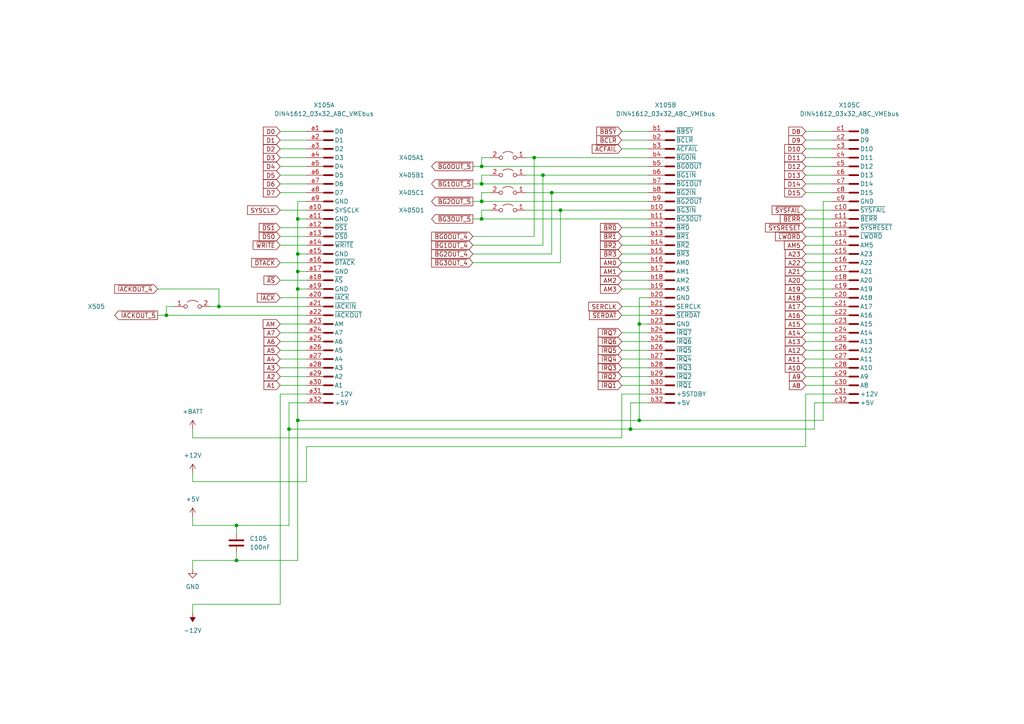
<source format=kicad_sch>
(kicad_sch (version 20211123) (generator eeschema)
  (paper "A4")
  (title_block (title "SLOT 2") (date "2024-01-03") (rev "1") (company "TOM STOREY") (comment 1 "FREE FOR NON-COMMERCIAL USE"))
  (lib_symbols
    (symbol "COMET symbols:C" (pin_numbers hide) (pin_names hide)
      (property "Reference" "C" (at 0 0 0))
      (property "Value" "C" (at 0 0 0))
      (symbol "C_0_1"
        (polyline (pts (xy -2.032 -0.762) (xy 2.032 -0.762)) (stroke (width 0.508)))
        (polyline (pts (xy -2.032 0.762) (xy 2.032 0.762)) (stroke (width 0.508)))
      )
      (symbol "C_1_1"
        (pin passive line (at 0 2.54 270) (length 1.524) (name "~") (number "1"))
        (pin passive line (at 0 -2.54 90) (length 1.524) (name "~") (number "2"))
      )
    )
    (symbol "COMET symbols:DIN41612_03x32_ABC_VMEbus" (pin_names (offset 3.048))
      (property "Reference" "X1" (at -20.32 45.72 0))
      (property "Value" "DIN41612_03x32_ABC_VMEbus" (at -20.32 43.18 0))
      (symbol "DIN41612_03x32_ABC_VMEbus_1_1"
        (polyline (pts (xy 0 -40.64) (xy 2.54 -40.64)) (stroke (width 0.508)))
        (polyline (pts (xy 0 -38.1) (xy 2.54 -38.1)) (stroke (width 0.508)))
        (polyline (pts (xy 0 -35.56) (xy 2.54 -35.56)) (stroke (width 0.508)))
        (polyline (pts (xy 0 -33.02) (xy 2.54 -33.02)) (stroke (width 0.508)))
        (polyline (pts (xy 0 -30.48) (xy 2.54 -30.48)) (stroke (width 0.508)))
        (polyline (pts (xy 0 -27.94) (xy 2.54 -27.94)) (stroke (width 0.508)))
        (polyline (pts (xy 0 -25.4) (xy 2.54 -25.4)) (stroke (width 0.508)))
        (polyline (pts (xy 0 -22.86) (xy 2.54 -22.86)) (stroke (width 0.508)))
        (polyline (pts (xy 0 -20.32) (xy 2.54 -20.32)) (stroke (width 0.508)))
        (polyline (pts (xy 0 -17.78) (xy 2.54 -17.78)) (stroke (width 0.508)))
        (polyline (pts (xy 0 -15.24) (xy 2.54 -15.24)) (stroke (width 0.508)))
        (polyline (pts (xy 0 -12.7) (xy 2.54 -12.7)) (stroke (width 0.508)))
        (polyline (pts (xy 0 -10.16) (xy 2.54 -10.16)) (stroke (width 0.508)))
        (polyline (pts (xy 0 -7.62) (xy 2.54 -7.62)) (stroke (width 0.508)))
        (polyline (pts (xy 0 -5.08) (xy 2.54 -5.08)) (stroke (width 0.508)))
        (polyline (pts (xy 0 -2.54) (xy 2.54 -2.54)) (stroke (width 0.508)))
        (polyline (pts (xy 0 0) (xy 2.54 0)) (stroke (width 0.508)))
        (polyline (pts (xy 0 2.54) (xy 2.54 2.54)) (stroke (width 0.508)))
        (polyline (pts (xy 0 5.08) (xy 2.54 5.08)) (stroke (width 0.508)))
        (polyline (pts (xy 0 7.62) (xy 2.54 7.62)) (stroke (width 0.508)))
        (polyline (pts (xy 0 10.16) (xy 2.54 10.16)) (stroke (width 0.508)))
        (polyline (pts (xy 0 12.7) (xy 2.54 12.7)) (stroke (width 0.508)))
        (polyline (pts (xy 0 15.24) (xy 2.54 15.24)) (stroke (width 0.508)))
        (polyline (pts (xy 0 17.78) (xy 2.54 17.78)) (stroke (width 0.508)))
        (polyline (pts (xy 0 20.32) (xy 2.54 20.32)) (stroke (width 0.508)))
        (polyline (pts (xy 0 22.86) (xy 2.54 22.86)) (stroke (width 0.508)))
        (polyline (pts (xy 0 25.4) (xy 2.54 25.4)) (stroke (width 0.508)))
        (polyline (pts (xy 0 27.94) (xy 2.54 27.94)) (stroke (width 0.508)))
        (polyline (pts (xy 0 30.48) (xy 2.54 30.48)) (stroke (width 0.508)))
        (polyline (pts (xy 0 33.02) (xy 2.54 33.02)) (stroke (width 0.508)))
        (polyline (pts (xy 0 35.56) (xy 2.54 35.56)) (stroke (width 0.508)))
        (polyline (pts (xy 0 38.1) (xy 2.54 38.1)) (stroke (width 0.508)))
        (pin passive line (at -5.08 38.1 0) (length 5.08) (name "D0") (number "a1"))
        (pin passive line (at -5.08 15.24 0) (length 5.08) (name "SYSCLK") (number "a10"))
        (pin passive line (at -5.08 12.7 0) (length 5.08) (name "GND") (number "a11"))
        (pin passive line (at -5.08 10.16 0) (length 5.08) (name "~{DS1}") (number "a12"))
        (pin passive line (at -5.08 7.62 0) (length 5.08) (name "~{DS0}") (number "a13"))
        (pin passive line (at -5.08 5.08 0) (length 5.08) (name "~{WRITE}") (number "a14"))
        (pin passive line (at -5.08 2.54 0) (length 5.08) (name "GND") (number "a15"))
        (pin passive line (at -5.08 0 0) (length 5.08) (name "~{DTACK}") (number "a16"))
        (pin passive line (at -5.08 -2.54 0) (length 5.08) (name "GND") (number "a17"))
        (pin passive line (at -5.08 -5.08 0) (length 5.08) (name "~{AS}") (number "a18"))
        (pin passive line (at -5.08 -7.62 0) (length 5.08) (name "GND") (number "a19"))
        (pin passive line (at -5.08 35.56 0) (length 5.08) (name "D1") (number "a2"))
        (pin passive line (at -5.08 -10.16 0) (length 5.08) (name "~{IACK}") (number "a20"))
        (pin passive line (at -5.08 -12.7 0) (length 5.08) (name "~{IACKIN}") (number "a21"))
        (pin passive line (at -5.08 -15.24 0) (length 5.08) (name "~{IACKOUT}") (number "a22"))
        (pin passive line (at -5.08 -17.78 0) (length 5.08) (name "AM") (number "a23"))
        (pin passive line (at -5.08 -20.32 0) (length 5.08) (name "A7") (number "a24"))
        (pin passive line (at -5.08 -22.86 0) (length 5.08) (name "A6") (number "a25"))
        (pin passive line (at -5.08 -25.4 0) (length 5.08) (name "A5") (number "a26"))
        (pin passive line (at -5.08 -27.94 0) (length 5.08) (name "A4") (number "a27"))
        (pin passive line (at -5.08 -30.48 0) (length 5.08) (name "A3") (number "a28"))
        (pin passive line (at -5.08 -33.02 0) (length 5.08) (name "A2") (number "a29"))
        (pin passive line (at -5.08 33.02 0) (length 5.08) (name "D2") (number "a3"))
        (pin passive line (at -5.08 -35.56 0) (length 5.08) (name "A1") (number "a30"))
        (pin passive line (at -5.08 -38.1 0) (length 5.08) (name "-12V") (number "a31"))
        (pin passive line (at -5.08 -40.64 0) (length 5.08) (name "+5V") (number "a32"))
        (pin passive line (at -5.08 30.48 0) (length 5.08) (name "D3") (number "a4"))
        (pin passive line (at -5.08 27.94 0) (length 5.08) (name "D4") (number "a5"))
        (pin passive line (at -5.08 25.4 0) (length 5.08) (name "D5") (number "a6"))
        (pin passive line (at -5.08 22.86 0) (length 5.08) (name "D6") (number "a7"))
        (pin passive line (at -5.08 20.32 0) (length 5.08) (name "D7") (number "a8"))
        (pin passive line (at -5.08 17.78 0) (length 5.08) (name "GND") (number "a9"))
      )
      (symbol "DIN41612_03x32_ABC_VMEbus_2_1"
        (polyline (pts (xy 0 -40.64) (xy 2.54 -40.64)) (stroke (width 0.508)))
        (polyline (pts (xy 0 -38.1) (xy 2.54 -38.1)) (stroke (width 0.508)))
        (polyline (pts (xy 0 -35.56) (xy 2.54 -35.56)) (stroke (width 0.508)))
        (polyline (pts (xy 0 -33.02) (xy 2.54 -33.02)) (stroke (width 0.508)))
        (polyline (pts (xy 0 -30.48) (xy 2.54 -30.48)) (stroke (width 0.508)))
        (polyline (pts (xy 0 -27.94) (xy 2.54 -27.94)) (stroke (width 0.508)))
        (polyline (pts (xy 0 -25.4) (xy 2.54 -25.4)) (stroke (width 0.508)))
        (polyline (pts (xy 0 -22.86) (xy 2.54 -22.86)) (stroke (width 0.508)))
        (polyline (pts (xy 0 -20.32) (xy 2.54 -20.32)) (stroke (width 0.508)))
        (polyline (pts (xy 0 -17.78) (xy 2.54 -17.78)) (stroke (width 0.508)))
        (polyline (pts (xy 0 -15.24) (xy 2.54 -15.24)) (stroke (width 0.508)))
        (polyline (pts (xy 0 -12.7) (xy 2.54 -12.7)) (stroke (width 0.508)))
        (polyline (pts (xy 0 -10.16) (xy 2.54 -10.16)) (stroke (width 0.508)))
        (polyline (pts (xy 0 -7.62) (xy 2.54 -7.62)) (stroke (width 0.508)))
        (polyline (pts (xy 0 -5.08) (xy 2.54 -5.08)) (stroke (width 0.508)))
        (polyline (pts (xy 0 -2.54) (xy 2.54 -2.54)) (stroke (width 0.508)))
        (polyline (pts (xy 0 0) (xy 2.54 0)) (stroke (width 0.508)))
        (polyline (pts (xy 0 2.54) (xy 2.54 2.54)) (stroke (width 0.508)))
        (polyline (pts (xy 0 5.08) (xy 2.54 5.08)) (stroke (width 0.508)))
        (polyline (pts (xy 0 7.62) (xy 2.54 7.62)) (stroke (width 0.508)))
        (polyline (pts (xy 0 10.16) (xy 2.54 10.16)) (stroke (width 0.508)))
        (polyline (pts (xy 0 12.7) (xy 2.54 12.7)) (stroke (width 0.508)))
        (polyline (pts (xy 0 15.24) (xy 2.54 15.24)) (stroke (width 0.508)))
        (polyline (pts (xy 0 17.78) (xy 2.54 17.78)) (stroke (width 0.508)))
        (polyline (pts (xy 0 20.32) (xy 2.54 20.32)) (stroke (width 0.508)))
        (polyline (pts (xy 0 22.86) (xy 2.54 22.86)) (stroke (width 0.508)))
        (polyline (pts (xy 0 25.4) (xy 2.54 25.4)) (stroke (width 0.508)))
        (polyline (pts (xy 0 27.94) (xy 2.54 27.94)) (stroke (width 0.508)))
        (polyline (pts (xy 0 30.48) (xy 2.54 30.48)) (stroke (width 0.508)))
        (polyline (pts (xy 0 33.02) (xy 2.54 33.02)) (stroke (width 0.508)))
        (polyline (pts (xy 0 35.56) (xy 2.54 35.56)) (stroke (width 0.508)))
        (polyline (pts (xy 0 38.1) (xy 2.54 38.1)) (stroke (width 0.508)))
        (pin passive line (at -5.08 38.1 0) (length 5.08) (name "~{BBSY}") (number "b1"))
        (pin passive line (at -5.08 15.24 0) (length 5.08) (name "~{BG3IN}") (number "b10"))
        (pin passive line (at -5.08 12.7 0) (length 5.08) (name "~{BG3OUT}") (number "b11"))
        (pin passive line (at -5.08 10.16 0) (length 5.08) (name "~{BR0}") (number "b12"))
        (pin passive line (at -5.08 7.62 0) (length 5.08) (name "~{BR1}") (number "b13"))
        (pin passive line (at -5.08 5.08 0) (length 5.08) (name "~{BR2}") (number "b14"))
        (pin passive line (at -5.08 2.54 0) (length 5.08) (name "~{BR3}") (number "b15"))
        (pin passive line (at -5.08 0 0) (length 5.08) (name "AM0") (number "b16"))
        (pin passive line (at -5.08 -2.54 0) (length 5.08) (name "AM1") (number "b17"))
        (pin passive line (at -5.08 -5.08 0) (length 5.08) (name "AM2") (number "b18"))
        (pin passive line (at -5.08 -7.62 0) (length 5.08) (name "AM3") (number "b19"))
        (pin passive line (at -5.08 35.56 0) (length 5.08) (name "~{BCLR}") (number "b2"))
        (pin passive line (at -5.08 -10.16 0) (length 5.08) (name "GND") (number "b20"))
        (pin passive line (at -5.08 -12.7 0) (length 5.08) (name "SERCLK") (number "b21"))
        (pin passive line (at -5.08 -15.24 0) (length 5.08) (name "~{SERDAT}") (number "b22"))
        (pin passive line (at -5.08 -17.78 0) (length 5.08) (name "GND") (number "b23"))
        (pin passive line (at -5.08 -20.32 0) (length 5.08) (name "~{IRQ7}") (number "b24"))
        (pin passive line (at -5.08 -22.86 0) (length 5.08) (name "~{IRQ6}") (number "b25"))
        (pin passive line (at -5.08 -25.4 0) (length 5.08) (name "~{IRQ5}") (number "b26"))
        (pin passive line (at -5.08 -27.94 0) (length 5.08) (name "~{IRQ4}") (number "b27"))
        (pin passive line (at -5.08 -30.48 0) (length 5.08) (name "~{IRQ3}") (number "b28"))
        (pin passive line (at -5.08 -33.02 0) (length 5.08) (name "~{IRQ2}") (number "b29"))
        (pin passive line (at -5.08 33.02 0) (length 5.08) (name "~{ACFAIL}") (number "b3"))
        (pin passive line (at -5.08 -35.56 0) (length 5.08) (name "~{IRQ1}") (number "b30"))
        (pin passive line (at -5.08 -38.1 0) (length 5.08) (name "+5STDBY") (number "b31"))
        (pin passive line (at -5.08 -40.64 0) (length 5.08) (name "+5V") (number "b32"))
        (pin passive line (at -5.08 30.48 0) (length 5.08) (name "~{BG0IN}") (number "b4"))
        (pin passive line (at -5.08 27.94 0) (length 5.08) (name "~{BG0OUT}") (number "b5"))
        (pin passive line (at -5.08 25.4 0) (length 5.08) (name "~{BG1IN}") (number "b6"))
        (pin passive line (at -5.08 22.86 0) (length 5.08) (name "~{BG1OUT}") (number "b7"))
        (pin passive line (at -5.08 20.32 0) (length 5.08) (name "~{BG2IN}") (number "b8"))
        (pin passive line (at -5.08 17.78 0) (length 5.08) (name "~{BG2OUT}") (number "b9"))
      )
      (symbol "DIN41612_03x32_ABC_VMEbus_3_1"
        (polyline (pts (xy 0 -40.64) (xy 2.54 -40.64)) (stroke (width 0.508)))
        (polyline (pts (xy 0 -38.1) (xy 2.54 -38.1)) (stroke (width 0.508)))
        (polyline (pts (xy 0 -35.56) (xy 2.54 -35.56)) (stroke (width 0.508)))
        (polyline (pts (xy 0 -33.02) (xy 2.54 -33.02)) (stroke (width 0.508)))
        (polyline (pts (xy 0 -30.48) (xy 2.54 -30.48)) (stroke (width 0.508)))
        (polyline (pts (xy 0 -27.94) (xy 2.54 -27.94)) (stroke (width 0.508)))
        (polyline (pts (xy 0 -25.4) (xy 2.54 -25.4)) (stroke (width 0.508)))
        (polyline (pts (xy 0 -22.86) (xy 2.54 -22.86)) (stroke (width 0.508)))
        (polyline (pts (xy 0 -20.32) (xy 2.54 -20.32)) (stroke (width 0.508)))
        (polyline (pts (xy 0 -17.78) (xy 2.54 -17.78)) (stroke (width 0.508)))
        (polyline (pts (xy 0 -15.24) (xy 2.54 -15.24)) (stroke (width 0.508)))
        (polyline (pts (xy 0 -12.7) (xy 2.54 -12.7)) (stroke (width 0.508)))
        (polyline (pts (xy 0 -10.16) (xy 2.54 -10.16)) (stroke (width 0.508)))
        (polyline (pts (xy 0 -7.62) (xy 2.54 -7.62)) (stroke (width 0.508)))
        (polyline (pts (xy 0 -5.08) (xy 2.54 -5.08)) (stroke (width 0.508)))
        (polyline (pts (xy 0 -2.54) (xy 2.54 -2.54)) (stroke (width 0.508)))
        (polyline (pts (xy 0 0) (xy 2.54 0)) (stroke (width 0.508)))
        (polyline (pts (xy 0 2.54) (xy 2.54 2.54)) (stroke (width 0.508)))
        (polyline (pts (xy 0 5.08) (xy 2.54 5.08)) (stroke (width 0.508)))
        (polyline (pts (xy 0 7.62) (xy 2.54 7.62)) (stroke (width 0.508)))
        (polyline (pts (xy 0 10.16) (xy 2.54 10.16)) (stroke (width 0.508)))
        (polyline (pts (xy 0 12.7) (xy 2.54 12.7)) (stroke (width 0.508)))
        (polyline (pts (xy 0 15.24) (xy 2.54 15.24)) (stroke (width 0.508)))
        (polyline (pts (xy 0 17.78) (xy 2.54 17.78)) (stroke (width 0.508)))
        (polyline (pts (xy 0 20.32) (xy 2.54 20.32)) (stroke (width 0.508)))
        (polyline (pts (xy 0 22.86) (xy 2.54 22.86)) (stroke (width 0.508)))
        (polyline (pts (xy 0 25.4) (xy 2.54 25.4)) (stroke (width 0.508)))
        (polyline (pts (xy 0 27.94) (xy 2.54 27.94)) (stroke (width 0.508)))
        (polyline (pts (xy 0 30.48) (xy 2.54 30.48)) (stroke (width 0.508)))
        (polyline (pts (xy 0 33.02) (xy 2.54 33.02)) (stroke (width 0.508)))
        (polyline (pts (xy 0 35.56) (xy 2.54 35.56)) (stroke (width 0.508)))
        (polyline (pts (xy 0 38.1) (xy 2.54 38.1)) (stroke (width 0.508)))
        (pin passive line (at -5.08 38.1 0) (length 5.08) (name "D8") (number "c1"))
        (pin passive line (at -5.08 15.24 0) (length 5.08) (name "~{SYSFAIL}") (number "c10"))
        (pin passive line (at -5.08 12.7 0) (length 5.08) (name "~{BERR}") (number "c11"))
        (pin passive line (at -5.08 10.16 0) (length 5.08) (name "~{SYSRESET}") (number "c12"))
        (pin passive line (at -5.08 7.62 0) (length 5.08) (name "~{LWORD}") (number "c13"))
        (pin passive line (at -5.08 5.08 0) (length 5.08) (name "AM5") (number "c14"))
        (pin passive line (at -5.08 2.54 0) (length 5.08) (name "A23") (number "c15"))
        (pin passive line (at -5.08 0 0) (length 5.08) (name "A22") (number "c16"))
        (pin passive line (at -5.08 -2.54 0) (length 5.08) (name "A21") (number "c17"))
        (pin passive line (at -5.08 -5.08 0) (length 5.08) (name "A20") (number "c18"))
        (pin passive line (at -5.08 -7.62 0) (length 5.08) (name "A19") (number "c19"))
        (pin passive line (at -5.08 35.56 0) (length 5.08) (name "D9") (number "c2"))
        (pin passive line (at -5.08 -10.16 0) (length 5.08) (name "A18") (number "c20"))
        (pin passive line (at -5.08 -12.7 0) (length 5.08) (name "A17") (number "c21"))
        (pin passive line (at -5.08 -15.24 0) (length 5.08) (name "A16") (number "c22"))
        (pin passive line (at -5.08 -17.78 0) (length 5.08) (name "A15") (number "c23"))
        (pin passive line (at -5.08 -20.32 0) (length 5.08) (name "A14") (number "c24"))
        (pin passive line (at -5.08 -22.86 0) (length 5.08) (name "A13") (number "c25"))
        (pin passive line (at -5.08 -25.4 0) (length 5.08) (name "A12") (number "c26"))
        (pin passive line (at -5.08 -27.94 0) (length 5.08) (name "A11") (number "c27"))
        (pin passive line (at -5.08 -30.48 0) (length 5.08) (name "A10") (number "c28"))
        (pin passive line (at -5.08 -33.02 0) (length 5.08) (name "A9") (number "c29"))
        (pin passive line (at -5.08 33.02 0) (length 5.08) (name "D10") (number "c3"))
        (pin passive line (at -5.08 -35.56 0) (length 5.08) (name "A8") (number "c30"))
        (pin passive line (at -5.08 -38.1 0) (length 5.08) (name "+12V") (number "c31"))
        (pin passive line (at -5.08 -40.64 0) (length 5.08) (name "+5V") (number "c32"))
        (pin passive line (at -5.08 30.48 0) (length 5.08) (name "D11") (number "c4"))
        (pin passive line (at -5.08 27.94 0) (length 5.08) (name "D12") (number "c5"))
        (pin passive line (at -5.08 25.4 0) (length 5.08) (name "D13") (number "c6"))
        (pin passive line (at -5.08 22.86 0) (length 5.08) (name "D14") (number "c7"))
        (pin passive line (at -5.08 20.32 0) (length 5.08) (name "D15") (number "c8"))
        (pin passive line (at -5.08 17.78 0) (length 5.08) (name "GND") (number "c9"))
      )
    )
    (symbol "Jumper:Jumper_2_Open" (pin_names (offset 0) hide)
      (property "Reference" "JP" (at 0 2.794 0))
      (property "Value" "Jumper_2_Open" (at 0 -2.286 0))
      (symbol "Jumper_2_Open_0_0"
        (circle (center -2.032 0) (radius 0.508))
        (circle (center 2.032 0) (radius 0.508))
      )
      (symbol "Jumper_2_Open_0_1"
        (arc (start 1.524 1.27) (mid 0 1.778) (end -1.524 1.27))
      )
      (symbol "Jumper_2_Open_1_1"
        (pin passive line (at -5.08 0 0) (length 2.54) (name "A") (number "1"))
        (pin passive line (at 5.08 0 180) (length 2.54) (name "B") (number "2"))
      )
    )
    (symbol "power:+12V" (power) (pin_names (offset 0))
      (property "Value" "+12V" (at 0 3.556 0))
      (symbol "+12V_0_1"
        (polyline (pts (xy -0.762 1.27) (xy 0 2.54)))
        (polyline (pts (xy 0 0) (xy 0 2.54)))
        (polyline (pts (xy 0 2.54) (xy 0.762 1.27)))
      )
      (symbol "+12V_1_1"
        (pin power_in line (at 0 0 90) (length 0) hide (name "+12V") (number "1"))
      )
    )
    (symbol "power:+5V" (power) (pin_names (offset 0))
      (property "Value" "+5V" (at 0 3.556 0))
      (symbol "+5V_0_1"
        (polyline (pts (xy -0.762 1.27) (xy 0 2.54)))
        (polyline (pts (xy 0 0) (xy 0 2.54)))
        (polyline (pts (xy 0 2.54) (xy 0.762 1.27)))
      )
      (symbol "+5V_1_1"
        (pin power_in line (at 0 0 90) (length 0) hide (name "+5V") (number "1"))
      )
    )
    (symbol "power:+BATT" (power) (pin_names (offset 0))
      (property "Value" "+BATT" (at 0 3.556 0))
      (symbol "+BATT_0_1"
        (polyline (pts (xy -0.762 1.27) (xy 0 2.54)))
        (polyline (pts (xy 0 0) (xy 0 2.54)))
        (polyline (pts (xy 0 2.54) (xy 0.762 1.27)))
      )
      (symbol "+BATT_1_1"
        (pin power_in line (at 0 0 90) (length 0) hide (name "+BATT") (number "1"))
      )
    )
    (symbol "power:-12V" (power) (pin_names (offset 0))
      (property "Value" "-12V" (at 0 3.81 0))
      (symbol "-12V_0_0"
        (pin power_in line (at 0 0 90) (length 0) hide (name "-12V") (number "1"))
      )
      (symbol "-12V_0_1"
        (polyline (pts (xy 0 0) (xy 0 1.27) (xy 0.762 1.27) (xy 0 2.54) (xy -0.762 1.27) (xy 0 1.27)) (fill (type outline)))
      )
    )
    (symbol "power:GND" (power) (pin_names (offset 0))
      (property "Value" "GND" (at 0 -3.81 0))
      (symbol "GND_0_1"
        (polyline (pts (xy 0 0) (xy 0 -1.27) (xy 1.27 -1.27) (xy 0 -2.54) (xy -1.27 -1.27) (xy 0 -1.27)))
      )
      (symbol "GND_1_1"
        (pin power_in line (at 0 0 270) (length 0) hide (name "GND") (number "1"))
      )
    )
  )
  (junction (at 157.48 50.8))
  (junction (at 63.5 88.9))
  (junction (at 86.36 83.82))
  (junction (at 139.7 58.42))
  (junction (at 139.7 63.5))
  (junction (at 86.36 63.5))
  (junction (at 48.26 91.44))
  (junction (at 154.94 45.72))
  (junction (at 139.7 53.34))
  (junction (at 86.36 78.74))
  (junction (at 139.7 48.26))
  (junction (at 185.42 93.98))
  (junction (at 185.42 121.92))
  (junction (at 83.82 124.46))
  (junction (at 160.02 55.88))
  (junction (at 162.56 60.96))
  (junction (at 86.36 73.66))
  (junction (at 68.58 152.4))
  (junction (at 182.88 124.46))
  (junction (at 68.58 162.56))
  (junction (at 86.36 121.92))
  (wire (pts (xy 238.76 58.42) (xy 238.76 121.92)))
  (wire (pts (xy 137.16 73.66) (xy 160.02 73.66)))
  (wire (pts (xy 152.4 50.8) (xy 157.48 50.8)))
  (wire (pts (xy 180.34 83.82) (xy 187.96 83.82)))
  (wire (pts (xy 233.68 106.68) (xy 241.3 106.68)))
  (wire (pts (xy 81.28 60.96) (xy 88.9 60.96)))
  (wire (pts (xy 180.34 43.18) (xy 187.96 43.18)))
  (wire (pts (xy 68.58 160.02) (xy 68.58 162.56)))
  (wire (pts (xy 137.16 53.34) (xy 139.7 53.34)))
  (wire (pts (xy 233.68 55.88) (xy 241.3 55.88)))
  (wire (pts (xy 233.68 91.44) (xy 241.3 91.44)))
  (wire (pts (xy 86.36 78.74) (xy 88.9 78.74)))
  (wire (pts (xy 81.28 106.68) (xy 88.9 106.68)))
  (wire (pts (xy 137.16 63.5) (xy 139.7 63.5)))
  (wire (pts (xy 233.68 71.12) (xy 241.3 71.12)))
  (wire (pts (xy 180.34 127) (xy 180.34 114.3)))
  (wire (pts (xy 233.68 114.3) (xy 241.3 114.3)))
  (wire (pts (xy 139.7 45.72) (xy 139.7 48.26)))
  (wire (pts (xy 81.28 50.8) (xy 88.9 50.8)))
  (wire (pts (xy 233.68 86.36) (xy 241.3 86.36)))
  (wire (pts (xy 86.36 121.92) (xy 185.42 121.92)))
  (wire (pts (xy 157.48 50.8) (xy 157.48 71.12)))
  (wire (pts (xy 60.96 88.9) (xy 63.5 88.9)))
  (wire (pts (xy 55.88 177.8) (xy 55.88 175.26)))
  (wire (pts (xy 182.88 116.84) (xy 182.88 124.46)))
  (wire (pts (xy 185.42 86.36) (xy 185.42 93.98)))
  (wire (pts (xy 81.28 93.98) (xy 88.9 93.98)))
  (wire (pts (xy 55.88 139.7) (xy 88.9 139.7)))
  (wire (pts (xy 182.88 124.46) (xy 236.22 124.46)))
  (wire (pts (xy 236.22 116.84) (xy 241.3 116.84)))
  (wire (pts (xy 180.34 71.12) (xy 187.96 71.12)))
  (wire (pts (xy 233.68 38.1) (xy 241.3 38.1)))
  (wire (pts (xy 233.68 53.34) (xy 241.3 53.34)))
  (wire (pts (xy 55.88 149.86) (xy 55.88 152.4)))
  (wire (pts (xy 185.42 93.98) (xy 187.96 93.98)))
  (wire (pts (xy 86.36 78.74) (xy 86.36 83.82)))
  (wire (pts (xy 81.28 66.04) (xy 88.9 66.04)))
  (wire (pts (xy 180.34 111.76) (xy 187.96 111.76)))
  (wire (pts (xy 233.68 104.14) (xy 241.3 104.14)))
  (wire (pts (xy 180.34 96.52) (xy 187.96 96.52)))
  (wire (pts (xy 180.34 88.9) (xy 187.96 88.9)))
  (wire (pts (xy 55.88 175.26) (xy 81.28 175.26)))
  (wire (pts (xy 139.7 60.96) (xy 142.24 60.96)))
  (wire (pts (xy 162.56 60.96) (xy 162.56 76.2)))
  (wire (pts (xy 139.7 58.42) (xy 187.96 58.42)))
  (wire (pts (xy 187.96 116.84) (xy 182.88 116.84)))
  (wire (pts (xy 55.88 137.16) (xy 55.88 139.7)))
  (wire (pts (xy 81.28 38.1) (xy 88.9 38.1)))
  (wire (pts (xy 81.28 86.36) (xy 88.9 86.36)))
  (wire (pts (xy 86.36 58.42) (xy 86.36 63.5)))
  (wire (pts (xy 160.02 55.88) (xy 160.02 73.66)))
  (wire (pts (xy 83.82 152.4) (xy 83.82 124.46)))
  (wire (pts (xy 55.88 124.46) (xy 55.88 127)))
  (wire (pts (xy 139.7 60.96) (xy 139.7 63.5)))
  (wire (pts (xy 180.34 40.64) (xy 187.96 40.64)))
  (wire (pts (xy 81.28 81.28) (xy 88.9 81.28)))
  (wire (pts (xy 142.24 55.88) (xy 139.7 55.88)))
  (wire (pts (xy 180.34 73.66) (xy 187.96 73.66)))
  (wire (pts (xy 233.68 68.58) (xy 241.3 68.58)))
  (wire (pts (xy 233.68 99.06) (xy 241.3 99.06)))
  (wire (pts (xy 233.68 101.6) (xy 241.3 101.6)))
  (wire (pts (xy 233.68 48.26) (xy 241.3 48.26)))
  (wire (pts (xy 160.02 55.88) (xy 187.96 55.88)))
  (wire (pts (xy 233.68 129.54) (xy 233.68 114.3)))
  (wire (pts (xy 81.28 43.18) (xy 88.9 43.18)))
  (wire (pts (xy 81.28 76.2) (xy 88.9 76.2)))
  (wire (pts (xy 86.36 83.82) (xy 86.36 121.92)))
  (wire (pts (xy 180.34 104.14) (xy 187.96 104.14)))
  (wire (pts (xy 152.4 45.72) (xy 154.94 45.72)))
  (wire (pts (xy 86.36 63.5) (xy 86.36 73.66)))
  (wire (pts (xy 180.34 68.58) (xy 187.96 68.58)))
  (wire (pts (xy 180.34 76.2) (xy 187.96 76.2)))
  (wire (pts (xy 142.24 50.8) (xy 139.7 50.8)))
  (wire (pts (xy 139.7 55.88) (xy 139.7 58.42)))
  (wire (pts (xy 233.68 88.9) (xy 241.3 88.9)))
  (wire (pts (xy 68.58 152.4) (xy 68.58 154.94)))
  (wire (pts (xy 152.4 55.88) (xy 160.02 55.88)))
  (wire (pts (xy 139.7 63.5) (xy 187.96 63.5)))
  (wire (pts (xy 83.82 124.46) (xy 182.88 124.46)))
  (wire (pts (xy 55.88 152.4) (xy 68.58 152.4)))
  (wire (pts (xy 81.28 48.26) (xy 88.9 48.26)))
  (wire (pts (xy 233.68 81.28) (xy 241.3 81.28)))
  (wire (pts (xy 88.9 116.84) (xy 83.82 116.84)))
  (wire (pts (xy 81.28 45.72) (xy 88.9 45.72)))
  (wire (pts (xy 63.5 88.9) (xy 63.5 83.82)))
  (wire (pts (xy 68.58 162.56) (xy 55.88 162.56)))
  (wire (pts (xy 233.68 43.18) (xy 241.3 43.18)))
  (wire (pts (xy 233.68 50.8) (xy 241.3 50.8)))
  (wire (pts (xy 233.68 45.72) (xy 241.3 45.72)))
  (wire (pts (xy 81.28 175.26) (xy 81.28 114.3)))
  (wire (pts (xy 180.34 91.44) (xy 187.96 91.44)))
  (wire (pts (xy 180.34 106.68) (xy 187.96 106.68)))
  (wire (pts (xy 83.82 116.84) (xy 83.82 124.46)))
  (wire (pts (xy 88.9 129.54) (xy 88.9 139.7)))
  (wire (pts (xy 86.36 73.66) (xy 88.9 73.66)))
  (wire (pts (xy 81.28 101.6) (xy 88.9 101.6)))
  (wire (pts (xy 48.26 91.44) (xy 88.9 91.44)))
  (wire (pts (xy 233.68 76.2) (xy 241.3 76.2)))
  (wire (pts (xy 68.58 152.4) (xy 83.82 152.4)))
  (wire (pts (xy 139.7 50.8) (xy 139.7 53.34)))
  (wire (pts (xy 142.24 45.72) (xy 139.7 45.72)))
  (wire (pts (xy 137.16 71.12) (xy 157.48 71.12)))
  (wire (pts (xy 86.36 162.56) (xy 68.58 162.56)))
  (wire (pts (xy 180.34 81.28) (xy 187.96 81.28)))
  (wire (pts (xy 241.3 58.42) (xy 238.76 58.42)))
  (wire (pts (xy 86.36 73.66) (xy 86.36 78.74)))
  (wire (pts (xy 81.28 104.14) (xy 88.9 104.14)))
  (wire (pts (xy 81.28 96.52) (xy 88.9 96.52)))
  (wire (pts (xy 139.7 53.34) (xy 187.96 53.34)))
  (wire (pts (xy 81.28 53.34) (xy 88.9 53.34)))
  (wire (pts (xy 180.34 66.04) (xy 187.96 66.04)))
  (wire (pts (xy 88.9 58.42) (xy 86.36 58.42)))
  (wire (pts (xy 55.88 162.56) (xy 55.88 165.1)))
  (wire (pts (xy 233.68 40.64) (xy 241.3 40.64)))
  (wire (pts (xy 180.34 109.22) (xy 187.96 109.22)))
  (wire (pts (xy 88.9 129.54) (xy 233.68 129.54)))
  (wire (pts (xy 233.68 78.74) (xy 241.3 78.74)))
  (wire (pts (xy 233.68 93.98) (xy 241.3 93.98)))
  (wire (pts (xy 180.34 101.6) (xy 187.96 101.6)))
  (wire (pts (xy 81.28 68.58) (xy 88.9 68.58)))
  (wire (pts (xy 45.72 91.44) (xy 48.26 91.44)))
  (wire (pts (xy 137.16 58.42) (xy 139.7 58.42)))
  (wire (pts (xy 81.28 40.64) (xy 88.9 40.64)))
  (wire (pts (xy 233.68 60.96) (xy 241.3 60.96)))
  (wire (pts (xy 233.68 96.52) (xy 241.3 96.52)))
  (wire (pts (xy 154.94 45.72) (xy 187.96 45.72)))
  (wire (pts (xy 152.4 60.96) (xy 162.56 60.96)))
  (wire (pts (xy 233.68 66.04) (xy 241.3 66.04)))
  (wire (pts (xy 81.28 114.3) (xy 88.9 114.3)))
  (wire (pts (xy 86.36 63.5) (xy 88.9 63.5)))
  (wire (pts (xy 81.28 111.76) (xy 88.9 111.76)))
  (wire (pts (xy 185.42 121.92) (xy 238.76 121.92)))
  (wire (pts (xy 233.68 63.5) (xy 241.3 63.5)))
  (wire (pts (xy 45.72 83.82) (xy 63.5 83.82)))
  (wire (pts (xy 233.68 111.76) (xy 241.3 111.76)))
  (wire (pts (xy 180.34 78.74) (xy 187.96 78.74)))
  (wire (pts (xy 233.68 83.82) (xy 241.3 83.82)))
  (wire (pts (xy 157.48 50.8) (xy 187.96 50.8)))
  (wire (pts (xy 139.7 48.26) (xy 187.96 48.26)))
  (wire (pts (xy 86.36 83.82) (xy 88.9 83.82)))
  (wire (pts (xy 236.22 124.46) (xy 236.22 116.84)))
  (wire (pts (xy 187.96 86.36) (xy 185.42 86.36)))
  (wire (pts (xy 55.88 127) (xy 180.34 127)))
  (wire (pts (xy 81.28 71.12) (xy 88.9 71.12)))
  (wire (pts (xy 63.5 88.9) (xy 88.9 88.9)))
  (wire (pts (xy 233.68 73.66) (xy 241.3 73.66)))
  (wire (pts (xy 233.68 109.22) (xy 241.3 109.22)))
  (wire (pts (xy 81.28 55.88) (xy 88.9 55.88)))
  (wire (pts (xy 81.28 99.06) (xy 88.9 99.06)))
  (wire (pts (xy 162.56 60.96) (xy 187.96 60.96)))
  (wire (pts (xy 50.8 88.9) (xy 48.26 88.9)))
  (wire (pts (xy 86.36 121.92) (xy 86.36 162.56)))
  (wire (pts (xy 137.16 68.58) (xy 154.94 68.58)))
  (wire (pts (xy 81.28 109.22) (xy 88.9 109.22)))
  (wire (pts (xy 180.34 99.06) (xy 187.96 99.06)))
  (wire (pts (xy 185.42 93.98) (xy 185.42 121.92)))
  (wire (pts (xy 180.34 114.3) (xy 187.96 114.3)))
  (wire (pts (xy 137.16 76.2) (xy 162.56 76.2)))
  (wire (pts (xy 137.16 48.26) (xy 139.7 48.26)))
  (wire (pts (xy 180.34 38.1) (xy 187.96 38.1)))
  (wire (pts (xy 154.94 45.72) (xy 154.94 68.58)))
  (wire (pts (xy 48.26 88.9) (xy 48.26 91.44)))
  (global_label "~{BG0OUT_4}" (shape input) (at 137.16 68.58 180) (property "Intersheet References" "${INTERSHEET_REFS}" (effects hide)))
  (global_label "D13" (shape input) (at 233.68 50.8 180) (property "Intersheet References" "${INTERSHEET_REFS}" (effects hide)))
  (global_label "D6" (shape input) (at 81.28 53.34 180) (property "Intersheet References" "${INTERSHEET_REFS}" (effects hide)))
  (global_label "~{BCLR}" (shape input) (at 180.34 40.64 180) (property "Intersheet References" "${INTERSHEET_REFS}" (effects hide)))
  (global_label "~{BG0OUT_5}" (shape output) (at 137.16 48.26 180) (property "Intersheet References" "${INTERSHEET_REFS}" (effects hide)))
  (global_label "D14" (shape input) (at 233.68 53.34 180) (property "Intersheet References" "${INTERSHEET_REFS}" (effects hide)))
  (global_label "D2" (shape input) (at 81.28 43.18 180) (property "Intersheet References" "${INTERSHEET_REFS}" (effects hide)))
  (global_label "A12" (shape input) (at 233.68 101.6 180) (property "Intersheet References" "${INTERSHEET_REFS}" (effects hide)))
  (global_label "AM0" (shape input) (at 180.34 76.2 180) (property "Intersheet References" "${INTERSHEET_REFS}" (effects hide)))
  (global_label "~{AS}" (shape input) (at 81.28 81.28 180) (property "Intersheet References" "${INTERSHEET_REFS}" (effects hide)))
  (global_label "~{BERR}" (shape input) (at 233.68 63.5 180) (property "Intersheet References" "${INTERSHEET_REFS}" (effects hide)))
  (global_label "A7" (shape input) (at 81.28 96.52 180) (property "Intersheet References" "${INTERSHEET_REFS}" (effects hide)))
  (global_label "~{BG3OUT_4}" (shape input) (at 137.16 76.2 180) (property "Intersheet References" "${INTERSHEET_REFS}" (effects hide)))
  (global_label "~{DS0}" (shape input) (at 81.28 68.58 180) (property "Intersheet References" "${INTERSHEET_REFS}" (effects hide)))
  (global_label "A14" (shape input) (at 233.68 96.52 180) (property "Intersheet References" "${INTERSHEET_REFS}" (effects hide)))
  (global_label "~{DTACK}" (shape input) (at 81.28 76.2 180) (property "Intersheet References" "${INTERSHEET_REFS}" (effects hide)))
  (global_label "~{DS1}" (shape input) (at 81.28 66.04 180) (property "Intersheet References" "${INTERSHEET_REFS}" (effects hide)))
  (global_label "~{IACKOUT_4}" (shape input) (at 45.72 83.82 180) (property "Intersheet References" "${INTERSHEET_REFS}" (effects hide)))
  (global_label "A10" (shape input) (at 233.68 106.68 180) (property "Intersheet References" "${INTERSHEET_REFS}" (effects hide)))
  (global_label "~{BG1OUT_4}" (shape input) (at 137.16 71.12 180) (property "Intersheet References" "${INTERSHEET_REFS}" (effects hide)))
  (global_label "A20" (shape input) (at 233.68 81.28 180) (property "Intersheet References" "${INTERSHEET_REFS}" (effects hide)))
  (global_label "~{BG3OUT_5}" (shape output) (at 137.16 63.5 180) (property "Intersheet References" "${INTERSHEET_REFS}" (effects hide)))
  (global_label "~{BR3}" (shape input) (at 180.34 73.66 180) (property "Intersheet References" "${INTERSHEET_REFS}" (effects hide)))
  (global_label "~{SYSRESET}" (shape input) (at 233.68 66.04 180) (property "Intersheet References" "${INTERSHEET_REFS}" (effects hide)))
  (global_label "A8" (shape input) (at 233.68 111.76 180) (property "Intersheet References" "${INTERSHEET_REFS}" (effects hide)))
  (global_label "A5" (shape input) (at 81.28 101.6 180) (property "Intersheet References" "${INTERSHEET_REFS}" (effects hide)))
  (global_label "~{BG1OUT_5}" (shape output) (at 137.16 53.34 180) (property "Intersheet References" "${INTERSHEET_REFS}" (effects hide)))
  (global_label "A3" (shape input) (at 81.28 106.68 180) (property "Intersheet References" "${INTERSHEET_REFS}" (effects hide)))
  (global_label "~{SYSFAIL}" (shape input) (at 233.68 60.96 180) (property "Intersheet References" "${INTERSHEET_REFS}" (effects hide)))
  (global_label "~{SERDAT}" (shape input) (at 180.34 91.44 180) (property "Intersheet References" "${INTERSHEET_REFS}" (effects hide)))
  (global_label "~{IRQ4}" (shape input) (at 180.34 104.14 180) (property "Intersheet References" "${INTERSHEET_REFS}" (effects hide)))
  (global_label "~{IRQ3}" (shape input) (at 180.34 106.68 180) (property "Intersheet References" "${INTERSHEET_REFS}" (effects hide)))
  (global_label "~{BBSY}" (shape input) (at 180.34 38.1 180) (property "Intersheet References" "${INTERSHEET_REFS}" (effects hide)))
  (global_label "~{IRQ6}" (shape input) (at 180.34 99.06 180) (property "Intersheet References" "${INTERSHEET_REFS}" (effects hide)))
  (global_label "~{BR1}" (shape input) (at 180.34 68.58 180) (property "Intersheet References" "${INTERSHEET_REFS}" (effects hide)))
  (global_label "A11" (shape input) (at 233.68 104.14 180) (property "Intersheet References" "${INTERSHEET_REFS}" (effects hide)))
  (global_label "A4" (shape input) (at 81.28 104.14 180) (property "Intersheet References" "${INTERSHEET_REFS}" (effects hide)))
  (global_label "D8" (shape input) (at 233.68 38.1 180) (property "Intersheet References" "${INTERSHEET_REFS}" (effects hide)))
  (global_label "AM5" (shape input) (at 233.68 71.12 180) (property "Intersheet References" "${INTERSHEET_REFS}" (effects hide)))
  (global_label "AM3" (shape input) (at 180.34 83.82 180) (property "Intersheet References" "${INTERSHEET_REFS}" (effects hide)))
  (global_label "A21" (shape input) (at 233.68 78.74 180) (property "Intersheet References" "${INTERSHEET_REFS}" (effects hide)))
  (global_label "D5" (shape input) (at 81.28 50.8 180) (property "Intersheet References" "${INTERSHEET_REFS}" (effects hide)))
  (global_label "D3" (shape input) (at 81.28 45.72 180) (property "Intersheet References" "${INTERSHEET_REFS}" (effects hide)))
  (global_label "~{BR0}" (shape input) (at 180.34 66.04 180) (property "Intersheet References" "${INTERSHEET_REFS}" (effects hide)))
  (global_label "A6" (shape input) (at 81.28 99.06 180) (property "Intersheet References" "${INTERSHEET_REFS}" (effects hide)))
  (global_label "~{ACFAIL}" (shape input) (at 180.34 43.18 180) (property "Intersheet References" "${INTERSHEET_REFS}" (effects hide)))
  (global_label "D12" (shape input) (at 233.68 48.26 180) (property "Intersheet References" "${INTERSHEET_REFS}" (effects hide)))
  (global_label "A1" (shape input) (at 81.28 111.76 180) (property "Intersheet References" "${INTERSHEET_REFS}" (effects hide)))
  (global_label "SYSCLK" (shape input) (at 81.28 60.96 180) (property "Intersheet References" "${INTERSHEET_REFS}" (effects hide)))
  (global_label "A15" (shape input) (at 233.68 93.98 180) (property "Intersheet References" "${INTERSHEET_REFS}" (effects hide)))
  (global_label "D1" (shape input) (at 81.28 40.64 180) (property "Intersheet References" "${INTERSHEET_REFS}" (effects hide)))
  (global_label "D0" (shape input) (at 81.28 38.1 180) (property "Intersheet References" "${INTERSHEET_REFS}" (effects hide)))
  (global_label "SERCLK" (shape input) (at 180.34 88.9 180) (property "Intersheet References" "${INTERSHEET_REFS}" (effects hide)))
  (global_label "A16" (shape input) (at 233.68 91.44 180) (property "Intersheet References" "${INTERSHEET_REFS}" (effects hide)))
  (global_label "AM2" (shape input) (at 180.34 81.28 180) (property "Intersheet References" "${INTERSHEET_REFS}" (effects hide)))
  (global_label "A19" (shape input) (at 233.68 83.82 180) (property "Intersheet References" "${INTERSHEET_REFS}" (effects hide)))
  (global_label "AM" (shape input) (at 81.28 93.98 180) (property "Intersheet References" "${INTERSHEET_REFS}" (effects hide)))
  (global_label "D9" (shape input) (at 233.68 40.64 180) (property "Intersheet References" "${INTERSHEET_REFS}" (effects hide)))
  (global_label "D11" (shape input) (at 233.68 45.72 180) (property "Intersheet References" "${INTERSHEET_REFS}" (effects hide)))
  (global_label "~{IACKOUT_5}" (shape output) (at 45.72 91.44 180) (property "Intersheet References" "${INTERSHEET_REFS}" (effects hide)))
  (global_label "~{IRQ7}" (shape input) (at 180.34 96.52 180) (property "Intersheet References" "${INTERSHEET_REFS}" (effects hide)))
  (global_label "A22" (shape input) (at 233.68 76.2 180) (property "Intersheet References" "${INTERSHEET_REFS}" (effects hide)))
  (global_label "A18" (shape input) (at 233.68 86.36 180) (property "Intersheet References" "${INTERSHEET_REFS}" (effects hide)))
  (global_label "D7" (shape input) (at 81.28 55.88 180) (property "Intersheet References" "${INTERSHEET_REFS}" (effects hide)))
  (global_label "~{LWORD}" (shape input) (at 233.68 68.58 180) (property "Intersheet References" "${INTERSHEET_REFS}" (effects hide)))
  (global_label "~{IRQ1}" (shape input) (at 180.34 111.76 180) (property "Intersheet References" "${INTERSHEET_REFS}" (effects hide)))
  (global_label "~{IRQ2}" (shape input) (at 180.34 109.22 180) (property "Intersheet References" "${INTERSHEET_REFS}" (effects hide)))
  (global_label "~{BR2}" (shape input) (at 180.34 71.12 180) (property "Intersheet References" "${INTERSHEET_REFS}" (effects hide)))
  (global_label "~{IRQ5}" (shape input) (at 180.34 101.6 180) (property "Intersheet References" "${INTERSHEET_REFS}" (effects hide)))
  (global_label "~{WRITE}" (shape input) (at 81.28 71.12 180) (property "Intersheet References" "${INTERSHEET_REFS}" (effects hide)))
  (global_label "~{BG2OUT_4}" (shape input) (at 137.16 73.66 180) (property "Intersheet References" "${INTERSHEET_REFS}" (effects hide)))
  (global_label "D15" (shape input) (at 233.68 55.88 180) (property "Intersheet References" "${INTERSHEET_REFS}" (effects hide)))
  (global_label "AM1" (shape input) (at 180.34 78.74 180) (property "Intersheet References" "${INTERSHEET_REFS}" (effects hide)))
  (global_label "D4" (shape input) (at 81.28 48.26 180) (property "Intersheet References" "${INTERSHEET_REFS}" (effects hide)))
  (global_label "A17" (shape input) (at 233.68 88.9 180) (property "Intersheet References" "${INTERSHEET_REFS}" (effects hide)))
  (global_label "~{IACK}" (shape input) (at 81.28 86.36 180) (property "Intersheet References" "${INTERSHEET_REFS}" (effects hide)))
  (global_label "~{BG2OUT_5}" (shape output) (at 137.16 58.42 180) (property "Intersheet References" "${INTERSHEET_REFS}" (effects hide)))
  (global_label "D10" (shape input) (at 233.68 43.18 180) (property "Intersheet References" "${INTERSHEET_REFS}" (effects hide)))
  (global_label "A2" (shape input) (at 81.28 109.22 180) (property "Intersheet References" "${INTERSHEET_REFS}" (effects hide)))
  (global_label "A9" (shape input) (at 233.68 109.22 180) (property "Intersheet References" "${INTERSHEET_REFS}" (effects hide)))
  (global_label "A13" (shape input) (at 233.68 99.06 180) (property "Intersheet References" "${INTERSHEET_REFS}" (effects hide)))
  (global_label "A23" (shape input) (at 233.68 73.66 180) (property "Intersheet References" "${INTERSHEET_REFS}" (effects hide)))
  (symbol (lib_id "COMET symbols:DIN41612_03x32_ABC_VMEbus") (at 93.98 76.2 0) (unit 1)
    (property "Reference" "X105" (at 93.98 30.48 0))
    (property "Value" "DIN41612_03x32_ABC_VMEbus" (at 93.98 33.02 0))
    (property "Footprint" "COMET footprints:Connector_DIN41612_C_3x32_Female_Vertical_THT" (effects hide))
  )
  (symbol (lib_id "power:-12V") (at 55.88 177.8 180) (unit 1)
    (property "Reference" "#PWR0126" (effects hide))
    (property "Value" "-12V" (at 55.88 182.88 0))
  )
  (symbol (lib_id "Jumper:Jumper_2_Open") (at 147.32 60.96 0) (mirror y) (unit 1)
    (property "Reference" "X405D1" (at 119.38 60.96 0))
    (property "Value" "Jumper_2_Open" (effects hide))
    (property "Footprint" "Connector_PinHeader_2.54mm:PinHeader_1x02_P2.54mm_Vertical" (effects hide))
  )
  (symbol (lib_id "power:+12V") (at 55.88 137.16 0) (unit 1)
    (property "Reference" "#PWR0130" (effects hide))
    (property "Value" "+12V" (at 55.88 132.08 0))
  )
  (symbol (lib_id "power:+5V") (at 55.88 149.86 0) (unit 1)
    (property "Reference" "#PWR0128" (effects hide))
    (property "Value" "+5V" (at 55.88 144.78 0))
  )
  (symbol (lib_id "power:+BATT") (at 55.88 124.46 0) (unit 1)
    (property "Reference" "#PWR0129" (effects hide))
    (property "Value" "+BATT" (at 55.88 119.38 0))
  )
  (symbol (lib_id "power:GND") (at 55.88 165.1 0) (unit 1)
    (property "Reference" "#PWR0127" (effects hide))
    (property "Value" "GND" (at 55.88 170.18 0))
  )
  (symbol (lib_id "COMET symbols:DIN41612_03x32_ABC_VMEbus") (at 193.04 76.2 0) (unit 2)
    (property "Reference" "X105" (at 193.04 30.48 0))
    (property "Value" "DIN41612_03x32_ABC_VMEbus" (at 193.04 33.02 0))
    (property "Footprint" "COMET footprints:Connector_DIN41612_C_3x32_Female_Vertical_THT" (effects hide))
  )
  (symbol (lib_id "Jumper:Jumper_2_Open") (at 147.32 50.8 0) (mirror y) (unit 1)
    (property "Reference" "X405B1" (at 119.38 50.8 0))
    (property "Value" "Jumper_2_Open" (effects hide))
    (property "Footprint" "Connector_PinHeader_2.54mm:PinHeader_1x02_P2.54mm_Vertical" (effects hide))
  )
  (symbol (lib_id "COMET symbols:C") (at 68.58 157.48 0) (unit 1)
    (property "Reference" "C105" (at 72.39 156.2099 0) (effects (justify left)))
    (property "Value" "100nF" (at 72.39 158.7499 0) (effects (justify left)))
    (property "Footprint" "Capacitor_THT:C_Disc_D4.3mm_W1.9mm_P5.00mm" (effects hide))
  )
  (symbol (lib_id "Jumper:Jumper_2_Open") (at 55.88 88.9 0) (unit 1)
    (property "Reference" "X505" (at 27.94 88.9 0))
    (property "Value" "Jumper_2_Open" (effects hide))
    (property "Footprint" "Connector_PinHeader_2.54mm:PinHeader_1x02_P2.54mm_Vertical" (effects hide))
  )
  (symbol (lib_id "Jumper:Jumper_2_Open") (at 147.32 45.72 0) (mirror y) (unit 1)
    (property "Reference" "X405A1" (at 119.38 45.72 0))
    (property "Value" "Jumper_2_Open" (effects hide))
    (property "Footprint" "Connector_PinHeader_2.54mm:PinHeader_1x02_P2.54mm_Vertical" (effects hide))
  )
  (symbol (lib_id "Jumper:Jumper_2_Open") (at 147.32 55.88 0) (mirror y) (unit 1)
    (property "Reference" "X405C1" (at 119.38 55.88 0))
    (property "Value" "Jumper_2_Open" (effects hide))
    (property "Footprint" "Connector_PinHeader_2.54mm:PinHeader_1x02_P2.54mm_Vertical" (effects hide))
  )
  (symbol (lib_id "COMET symbols:DIN41612_03x32_ABC_VMEbus") (at 246.38 76.2 0) (unit 3)
    (property "Reference" "X105" (at 246.38 30.48 0))
    (property "Value" "DIN41612_03x32_ABC_VMEbus" (at 246.38 33.02 0))
    (property "Footprint" "COMET footprints:Connector_DIN41612_C_3x32_Female_Vertical_THT" (effects hide))
  )
)
</source>
